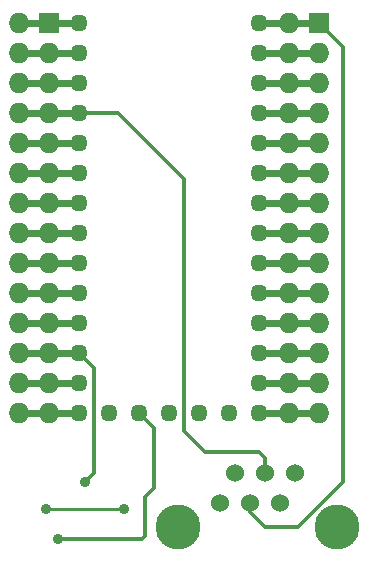
<source format=gbl>
%FSLAX46Y46*%
G04 Gerber Fmt 4.6, Leading zero omitted, Abs format (unit mm)*
G04 Created by KiCad (PCBNEW (2014-10-27 BZR 5228)-product) date 4/13/2015 9:46:14 PM*
%MOMM*%
G01*
G04 APERTURE LIST*
%ADD10C,0.100000*%
%ADD11R,1.727200X1.727200*%
%ADD12O,1.727200X1.727200*%
%ADD13O,1.447800X1.447800*%
%ADD14C,1.524000*%
%ADD15C,3.810000*%
%ADD16C,0.889000*%
%ADD17C,0.254000*%
%ADD18C,0.304800*%
%ADD19C,0.609600*%
G04 APERTURE END LIST*
D10*
D11*
X162560000Y-96520000D03*
D12*
X160020000Y-96520000D03*
X162560000Y-99060000D03*
X160020000Y-99060000D03*
X162560000Y-101600000D03*
X160020000Y-101600000D03*
X162560000Y-104140000D03*
X160020000Y-104140000D03*
X162560000Y-106680000D03*
X160020000Y-106680000D03*
X162560000Y-109220000D03*
X160020000Y-109220000D03*
X162560000Y-111760000D03*
X160020000Y-111760000D03*
X162560000Y-114300000D03*
X160020000Y-114300000D03*
X162560000Y-116840000D03*
X160020000Y-116840000D03*
X162560000Y-119380000D03*
X160020000Y-119380000D03*
X162560000Y-121920000D03*
X160020000Y-121920000D03*
X162560000Y-124460000D03*
X160020000Y-124460000D03*
X162560000Y-127000000D03*
X160020000Y-127000000D03*
X162560000Y-129540000D03*
X160020000Y-129540000D03*
D11*
X185420000Y-96520000D03*
D12*
X182880000Y-96520000D03*
X185420000Y-99060000D03*
X182880000Y-99060000D03*
X185420000Y-101600000D03*
X182880000Y-101600000D03*
X185420000Y-104140000D03*
X182880000Y-104140000D03*
X185420000Y-106680000D03*
X182880000Y-106680000D03*
X185420000Y-109220000D03*
X182880000Y-109220000D03*
X185420000Y-111760000D03*
X182880000Y-111760000D03*
X185420000Y-114300000D03*
X182880000Y-114300000D03*
X185420000Y-116840000D03*
X182880000Y-116840000D03*
X185420000Y-119380000D03*
X182880000Y-119380000D03*
X185420000Y-121920000D03*
X182880000Y-121920000D03*
X185420000Y-124460000D03*
X182880000Y-124460000D03*
X185420000Y-127000000D03*
X182880000Y-127000000D03*
X185420000Y-129540000D03*
X182880000Y-129540000D03*
D13*
X165100000Y-96520000D03*
X165100000Y-99060000D03*
X165100000Y-101600000D03*
X165100000Y-104140000D03*
X165100000Y-106680000D03*
X165100000Y-109220000D03*
X165100000Y-111760000D03*
X165100000Y-114300000D03*
X165100000Y-116840000D03*
X165100000Y-119380000D03*
X165100000Y-121920000D03*
X165100000Y-124460000D03*
X165100000Y-127000000D03*
X165100000Y-129540000D03*
X167640000Y-129540000D03*
X170180000Y-129540000D03*
X172720000Y-129540000D03*
X175260000Y-129540000D03*
X177800000Y-129540000D03*
X180340000Y-129540000D03*
X180340000Y-127000000D03*
X180340000Y-124460000D03*
X180340000Y-121920000D03*
X180340000Y-119380000D03*
X180340000Y-116840000D03*
X180340000Y-114300000D03*
X180340000Y-111760000D03*
X180340000Y-109220000D03*
X180340000Y-106680000D03*
X180340000Y-104140000D03*
X180340000Y-101600000D03*
X180340000Y-99060000D03*
X180340000Y-96520000D03*
D14*
X180848000Y-134620000D03*
X178308000Y-134620000D03*
X183388000Y-134620000D03*
X177038000Y-137160000D03*
X179578000Y-137160000D03*
X182118000Y-137160000D03*
D15*
X186944000Y-139192000D03*
X173482000Y-139192000D03*
D16*
X168910000Y-137668000D03*
X162306000Y-137668000D03*
X165608000Y-135382000D03*
X163322000Y-140208000D03*
D17*
X179578000Y-137160000D02*
X179578000Y-137922000D01*
D18*
X179578000Y-137922000D02*
X180848000Y-139192000D01*
X180848000Y-139192000D02*
X183642000Y-139192000D01*
X183642000Y-139192000D02*
X187452000Y-135382000D01*
X187452000Y-135382000D02*
X187452000Y-98552000D01*
X187452000Y-98552000D02*
X185420000Y-96520000D01*
D19*
X182880000Y-96520000D02*
X185420000Y-96520000D01*
X180340000Y-96520000D02*
X182880000Y-96520000D01*
D18*
X180848000Y-134620000D02*
X180848000Y-133350000D01*
X168402000Y-104140000D02*
X165100000Y-104140000D01*
X173990000Y-109728000D02*
X168402000Y-104140000D01*
X173990000Y-131064000D02*
X173990000Y-109728000D01*
X175768000Y-132842000D02*
X173990000Y-131064000D01*
X180340000Y-132842000D02*
X175768000Y-132842000D01*
X180848000Y-133350000D02*
X180340000Y-132842000D01*
D19*
X162560000Y-104140000D02*
X160020000Y-104140000D01*
X165100000Y-104140000D02*
X162560000Y-104140000D01*
X162560000Y-96520000D02*
X160020000Y-96520000D01*
X165100000Y-96520000D02*
X162560000Y-96520000D01*
X162560000Y-129540000D02*
X160020000Y-129540000D01*
X165100000Y-129540000D02*
X162560000Y-129540000D01*
D17*
X162306000Y-137668000D02*
X168910000Y-137668000D01*
D19*
X182880000Y-129540000D02*
X185420000Y-129540000D01*
X180340000Y-129540000D02*
X182880000Y-129540000D01*
X162560000Y-127000000D02*
X160020000Y-127000000D01*
X165100000Y-127000000D02*
X162560000Y-127000000D01*
D18*
X166370000Y-125730000D02*
X165100000Y-124460000D01*
X166370000Y-134620000D02*
X166370000Y-125730000D01*
X165608000Y-135382000D02*
X166370000Y-134620000D01*
D19*
X162560000Y-124460000D02*
X160020000Y-124460000D01*
X165100000Y-124460000D02*
X162560000Y-124460000D01*
X162560000Y-99060000D02*
X160020000Y-99060000D01*
X165100000Y-99060000D02*
X162560000Y-99060000D01*
X162560000Y-101600000D02*
X160020000Y-101600000D01*
X165100000Y-101600000D02*
X162560000Y-101600000D01*
X162560000Y-106680000D02*
X160020000Y-106680000D01*
X165100000Y-106680000D02*
X162560000Y-106680000D01*
X162560000Y-109220000D02*
X160020000Y-109220000D01*
X165100000Y-109220000D02*
X162560000Y-109220000D01*
X162560000Y-111760000D02*
X160020000Y-111760000D01*
X165100000Y-111760000D02*
X162560000Y-111760000D01*
X162560000Y-114300000D02*
X160020000Y-114300000D01*
X165100000Y-114300000D02*
X162560000Y-114300000D01*
X162560000Y-116840000D02*
X160020000Y-116840000D01*
X165100000Y-116840000D02*
X162560000Y-116840000D01*
X162560000Y-119380000D02*
X160020000Y-119380000D01*
X165100000Y-119380000D02*
X162560000Y-119380000D01*
X162560000Y-121920000D02*
X160020000Y-121920000D01*
X165100000Y-121920000D02*
X162560000Y-121920000D01*
X182880000Y-111760000D02*
X185420000Y-111760000D01*
X180340000Y-111760000D02*
X182880000Y-111760000D01*
X182880000Y-114300000D02*
X180340000Y-114300000D01*
X185420000Y-114300000D02*
X182880000Y-114300000D01*
X182880000Y-116840000D02*
X185420000Y-116840000D01*
X180340000Y-116840000D02*
X182880000Y-116840000D01*
X182880000Y-119380000D02*
X180340000Y-119380000D01*
X185420000Y-119380000D02*
X182880000Y-119380000D01*
X182880000Y-121920000D02*
X185420000Y-121920000D01*
X180340000Y-121920000D02*
X182880000Y-121920000D01*
X182880000Y-124460000D02*
X180340000Y-124460000D01*
X185420000Y-124460000D02*
X182880000Y-124460000D01*
X182880000Y-127000000D02*
X185420000Y-127000000D01*
X180340000Y-127000000D02*
X182880000Y-127000000D01*
D18*
X171450000Y-130810000D02*
X170180000Y-129540000D01*
X171450000Y-135890000D02*
X171450000Y-130810000D01*
X170688000Y-136652000D02*
X171450000Y-135890000D01*
X170688000Y-139954000D02*
X170688000Y-136652000D01*
X170434000Y-140208000D02*
X170688000Y-139954000D01*
X163322000Y-140208000D02*
X170434000Y-140208000D01*
D19*
X182880000Y-101600000D02*
X185420000Y-101600000D01*
X180340000Y-101600000D02*
X182880000Y-101600000D01*
X182880000Y-104140000D02*
X180340000Y-104140000D01*
X185420000Y-104140000D02*
X182880000Y-104140000D01*
X182880000Y-106680000D02*
X185420000Y-106680000D01*
X180340000Y-106680000D02*
X182880000Y-106680000D01*
X182880000Y-109220000D02*
X180340000Y-109220000D01*
X185420000Y-109220000D02*
X182880000Y-109220000D01*
X182880000Y-99060000D02*
X180340000Y-99060000D01*
X185420000Y-99060000D02*
X182880000Y-99060000D01*
M02*

</source>
